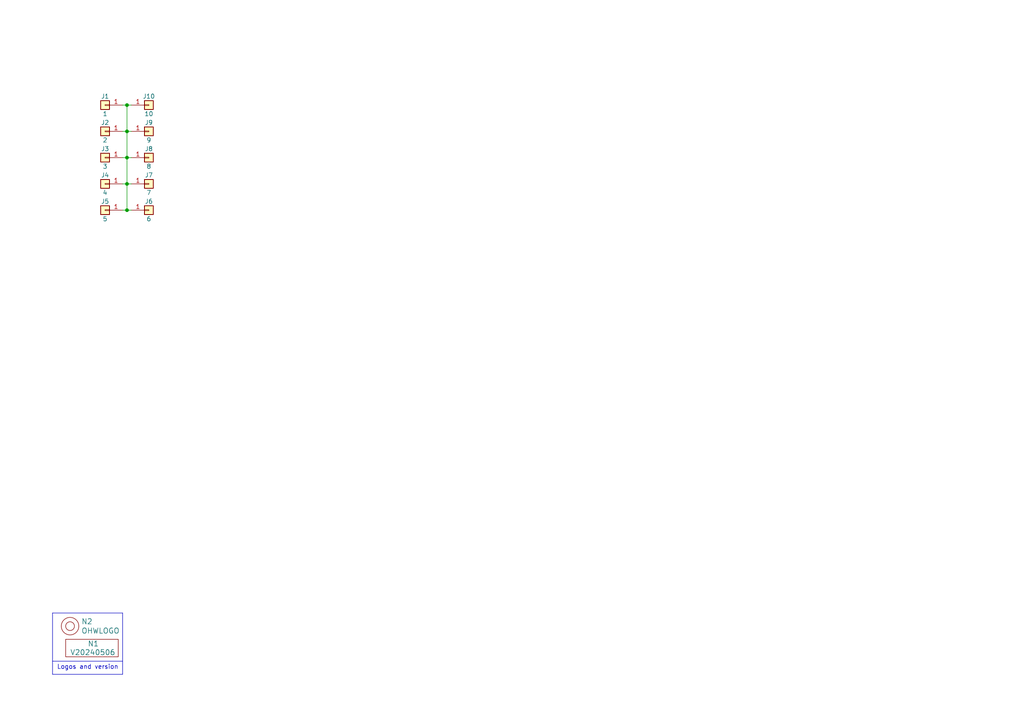
<source format=kicad_sch>
(kicad_sch (version 20230121) (generator eeschema)
  (paper "A4")
  (lib_symbols
    (symbol "Connector_Generic:Conn_01x01" (pin_names (offset 1.016) hide)
      (property "Reference" "J" (at 0 2.54 0))
      (property "Value" "Conn_01x01" (at 0 -2.54 0))
      (symbol "Conn_01x01_1_1"
        (rectangle (start -1.27 0.127) (end 0 -0.127) (stroke (width 0.1524)))
        (rectangle (start -1.27 1.27) (end 1.27 -1.27) (stroke (width 0.254)) (fill (type background)))
        (pin passive line (at -5.08 0 0) (length 3.81) (name "Pin_1") (number "1"))
      )
    )
    (symbol "SquantorLabels:OHWLOGO" (pin_names (offset 1.016))
      (property "Reference" "N" (at 0 3.81 0))
      (property "Value" "OHWLOGO" (at 0 -3.81 0))
      (symbol "OHWLOGO_0_1"
        (circle (center 0 0) (radius 1.27))
        (circle (center 0 0) (radius 2.54))
      )
    )
    (symbol "SquantorLabels:VYYYYMMDD" (pin_names (offset 1.016))
      (property "Reference" "N" (at 0 2.54 0))
      (property "Value" "VYYYYMMDD" (at 0 0 0))
      (symbol "VYYYYMMDD_0_1"
        (rectangle (start 7.62 -1.27) (end -7.62 3.81))
      )
    )
  )
  (junction (at 36.83 30.48))
  (junction (at 36.83 60.96))
  (junction (at 36.83 38.1))
  (junction (at 36.83 53.34))
  (junction (at 36.83 45.72))
  (wire (pts (xy 36.83 53.34) (xy 38.1 53.34)))
  (wire (pts (xy 36.83 38.1) (xy 38.1 38.1)))
  (wire (pts (xy 36.83 45.72) (xy 35.56 45.72)))
  (wire (pts (xy 36.83 53.34) (xy 36.83 45.72)))
  (wire (pts (xy 36.83 60.96) (xy 38.1 60.96)))
  (wire (pts (xy 36.83 38.1) (xy 35.56 38.1)))
  (wire (pts (xy 36.83 38.1) (xy 36.83 45.72)))
  (wire (pts (xy 36.83 30.48) (xy 36.83 38.1)))
  (polyline (pts (xy 15.24 191.77) (xy 35.56 191.77)))
  (wire (pts (xy 36.83 30.48) (xy 38.1 30.48)))
  (polyline (pts (xy 35.56 195.58) (xy 35.56 177.8)))
  (wire (pts (xy 36.83 45.72) (xy 38.1 45.72)))
  (polyline (pts (xy 15.24 195.58) (xy 35.56 195.58)))
  (wire (pts (xy 35.56 30.48) (xy 36.83 30.48)))
  (polyline (pts (xy 35.56 177.8) (xy 15.24 177.8)))
  (wire (pts (xy 36.83 60.96) (xy 35.56 60.96)))
  (wire (pts (xy 36.83 53.34) (xy 36.83 60.96)))
  (polyline (pts (xy 15.24 177.8) (xy 15.24 195.58)))
  (wire (pts (xy 35.56 53.34) (xy 36.83 53.34)))
  (text "Logos and version" (at 16.51 194.31 0) (effects (font (size 1.27 1.27)) (justify left bottom)))
  (symbol (lib_id "SquantorLabels:VYYYYMMDD") (at 26.67 189.23 0) (unit 1)
    (property "Reference" "N1" (at 25.4 186.69 0) (effects (font (size 1.524 1.524)) (justify left)))
    (property "Value" "V20240506" (at 20.32 189.23 0) (effects (font (size 1.524 1.524)) (justify left)))
    (property "Footprint" "SquantorLabels:Label_Generic" (effects hide))
  )
  (symbol (lib_id "SquantorLabels:OHWLOGO") (at 20.32 181.61 0) (unit 1)
    (property "Reference" "N2" (at 23.5712 180.2638 0) (effects (font (size 1.524 1.524)) (justify left)))
    (property "Value" "OHWLOGO" (at 23.5712 182.9562 0) (effects (font (size 1.524 1.524)) (justify left)))
    (property "Footprint" "Symbol:OSHW-Symbol_6.7x6mm_SilkScreen" (effects hide))
  )
  (symbol (lib_id "Connector_Generic:Conn_01x01") (at 30.48 38.1 180) (unit 1)
    (property "Reference" "J2" (at 30.48 35.56 0))
    (property "Value" "2" (at 30.48 40.64 0))
    (property "Footprint" "mill-max:PC_pin_nail_head_6092" (effects hide))
  )
  (symbol (lib_id "Connector_Generic:Conn_01x01") (at 30.48 30.48 180) (unit 1)
    (property "Reference" "J1" (at 30.48 27.94 0))
    (property "Value" "1" (at 30.48 33.02 0))
    (property "Footprint" "mill-max:PC_pin_nail_head_6092" (effects hide))
  )
  (symbol (lib_id "Connector_Generic:Conn_01x01") (at 30.48 45.72 0) (mirror y) (unit 1)
    (property "Reference" "J3" (at 30.48 43.18 0))
    (property "Value" "3" (at 30.48 48.26 0))
    (property "Footprint" "mill-max:PC_pin_nail_head_6092" (effects hide))
  )
  (symbol (lib_id "Connector_Generic:Conn_01x01") (at 30.48 53.34 0) (mirror y) (unit 1)
    (property "Reference" "J4" (at 30.48 50.8 0))
    (property "Value" "4" (at 30.48 55.88 0))
    (property "Footprint" "mill-max:PC_pin_nail_head_6092" (effects hide))
  )
  (symbol (lib_id "Connector_Generic:Conn_01x01") (at 30.48 60.96 180) (unit 1)
    (property "Reference" "J5" (at 30.48 58.42 0))
    (property "Value" "5" (at 30.48 63.5 0))
    (property "Footprint" "mill-max:PC_pin_nail_head_6092" (effects hide))
  )
  (symbol (lib_id "Connector_Generic:Conn_01x01") (at 43.18 60.96 0) (mirror x) (unit 1)
    (property "Reference" "J6" (at 43.18 58.42 0))
    (property "Value" "6" (at 43.18 63.5 0))
    (property "Footprint" "mill-max:PC_pin_nail_head_6092" (effects hide))
  )
  (symbol (lib_id "Connector_Generic:Conn_01x01") (at 43.18 38.1 0) (mirror x) (unit 1)
    (property "Reference" "J9" (at 43.18 35.56 0))
    (property "Value" "9" (at 43.18 40.64 0))
    (property "Footprint" "mill-max:PC_pin_nail_head_6092" (effects hide))
  )
  (symbol (lib_id "Connector_Generic:Conn_01x01") (at 43.18 53.34 0) (mirror x) (unit 1)
    (property "Reference" "J7" (at 43.18 50.8 0))
    (property "Value" "7" (at 43.18 55.88 0))
    (property "Footprint" "mill-max:PC_pin_nail_head_6092" (effects hide))
  )
  (symbol (lib_id "Connector_Generic:Conn_01x01") (at 43.18 45.72 0) (mirror x) (unit 1)
    (property "Reference" "J8" (at 43.18 43.18 0))
    (property "Value" "8" (at 43.18 48.26 0))
    (property "Footprint" "mill-max:PC_pin_nail_head_6092" (effects hide))
  )
  (symbol (lib_id "Connector_Generic:Conn_01x01") (at 43.18 30.48 0) (mirror x) (unit 1)
    (property "Reference" "J10" (at 43.18 27.94 0))
    (property "Value" "10" (at 43.18 33.02 0))
    (property "Footprint" "mill-max:PC_pin_nail_head_6092" (effects hide))
  )
)
</source>
